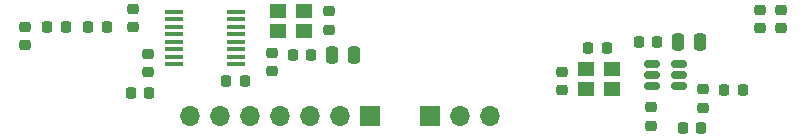
<source format=gbr>
%TF.GenerationSoftware,KiCad,Pcbnew,8.0.0-1.fc39*%
%TF.CreationDate,2024-05-13T23:25:18+02:00*%
%TF.ProjectId,radio433,72616469-6f34-4333-932e-6b696361645f,rev?*%
%TF.SameCoordinates,Original*%
%TF.FileFunction,Soldermask,Top*%
%TF.FilePolarity,Negative*%
%FSLAX46Y46*%
G04 Gerber Fmt 4.6, Leading zero omitted, Abs format (unit mm)*
G04 Created by KiCad (PCBNEW 8.0.0-1.fc39) date 2024-05-13 23:25:18*
%MOMM*%
%LPD*%
G01*
G04 APERTURE LIST*
G04 Aperture macros list*
%AMRoundRect*
0 Rectangle with rounded corners*
0 $1 Rounding radius*
0 $2 $3 $4 $5 $6 $7 $8 $9 X,Y pos of 4 corners*
0 Add a 4 corners polygon primitive as box body*
4,1,4,$2,$3,$4,$5,$6,$7,$8,$9,$2,$3,0*
0 Add four circle primitives for the rounded corners*
1,1,$1+$1,$2,$3*
1,1,$1+$1,$4,$5*
1,1,$1+$1,$6,$7*
1,1,$1+$1,$8,$9*
0 Add four rect primitives between the rounded corners*
20,1,$1+$1,$2,$3,$4,$5,0*
20,1,$1+$1,$4,$5,$6,$7,0*
20,1,$1+$1,$6,$7,$8,$9,0*
20,1,$1+$1,$8,$9,$2,$3,0*%
G04 Aperture macros list end*
%ADD10RoundRect,0.225000X-0.250000X0.225000X-0.250000X-0.225000X0.250000X-0.225000X0.250000X0.225000X0*%
%ADD11RoundRect,0.218750X-0.218750X-0.256250X0.218750X-0.256250X0.218750X0.256250X-0.218750X0.256250X0*%
%ADD12R,1.400000X1.200000*%
%ADD13RoundRect,0.225000X0.225000X0.250000X-0.225000X0.250000X-0.225000X-0.250000X0.225000X-0.250000X0*%
%ADD14RoundRect,0.225000X-0.225000X-0.250000X0.225000X-0.250000X0.225000X0.250000X-0.225000X0.250000X0*%
%ADD15R,1.600000X0.410000*%
%ADD16RoundRect,0.218750X0.256250X-0.218750X0.256250X0.218750X-0.256250X0.218750X-0.256250X-0.218750X0*%
%ADD17R,1.700000X1.700000*%
%ADD18O,1.700000X1.700000*%
%ADD19RoundRect,0.250000X-0.250000X-0.475000X0.250000X-0.475000X0.250000X0.475000X-0.250000X0.475000X0*%
%ADD20RoundRect,0.150000X0.512500X0.150000X-0.512500X0.150000X-0.512500X-0.150000X0.512500X-0.150000X0*%
%ADD21RoundRect,0.218750X-0.256250X0.218750X-0.256250X-0.218750X0.256250X-0.218750X0.256250X0.218750X0*%
%ADD22RoundRect,0.225000X0.250000X-0.225000X0.250000X0.225000X-0.250000X0.225000X-0.250000X-0.225000X0*%
%ADD23RoundRect,0.250000X0.250000X0.475000X-0.250000X0.475000X-0.250000X-0.475000X0.250000X-0.475000X0*%
G04 APERTURE END LIST*
D10*
%TO.C,C3*%
X254000000Y-94475000D03*
X254000000Y-96025000D03*
%TD*%
D11*
%TO.C,R3*%
X200705000Y-101510000D03*
X202280000Y-101510000D03*
%TD*%
D12*
%TO.C,Y3*%
X239250000Y-101200000D03*
X241450000Y-101200000D03*
X241450000Y-99500000D03*
X239250000Y-99500000D03*
%TD*%
D10*
%TO.C,C13*%
X202200000Y-98225000D03*
X202200000Y-99775000D03*
%TD*%
%TO.C,C12*%
X212700000Y-98125000D03*
X212700000Y-99675000D03*
%TD*%
D13*
%TO.C,C6*%
X245275000Y-97250000D03*
X243725000Y-97250000D03*
%TD*%
D14*
%TO.C,C14*%
X208825000Y-100500000D03*
X210375000Y-100500000D03*
%TD*%
%TO.C,C4*%
X239475000Y-97750000D03*
X241025000Y-97750000D03*
%TD*%
D15*
%TO.C,U2*%
X204345700Y-94627500D03*
X204345700Y-95262500D03*
X204345700Y-95897500D03*
X204345700Y-96532500D03*
X204345700Y-97167500D03*
X204345700Y-97802500D03*
X204345700Y-98437500D03*
X204345700Y-99072500D03*
X209654300Y-99072500D03*
X209654300Y-98437500D03*
X209654300Y-97802500D03*
X209654300Y-97167500D03*
X209654300Y-96532500D03*
X209654300Y-95897500D03*
X209654300Y-95262500D03*
X209654300Y-94627500D03*
%TD*%
D16*
%TO.C,L2*%
X255750000Y-96037500D03*
X255750000Y-94462500D03*
%TD*%
D17*
%TO.C,J2*%
X220980000Y-103500000D03*
D18*
X218440000Y-103500000D03*
X215900000Y-103500000D03*
X213360000Y-103500000D03*
X210820000Y-103500000D03*
X208280000Y-103500000D03*
X205740000Y-103500000D03*
%TD*%
D17*
%TO.C,J1*%
X226060000Y-103500000D03*
D18*
X228600000Y-103500000D03*
X231140000Y-103500000D03*
%TD*%
D19*
%TO.C,C9*%
X217750000Y-98300000D03*
X219650000Y-98300000D03*
%TD*%
D20*
%TO.C,U1*%
X247137500Y-100950000D03*
X247137500Y-100000000D03*
X247137500Y-99050000D03*
X244862500Y-99050000D03*
X244862500Y-100000000D03*
X244862500Y-100950000D03*
%TD*%
D21*
%TO.C,L3*%
X191750000Y-95912500D03*
X191750000Y-97487500D03*
%TD*%
D10*
%TO.C,C5*%
X237250000Y-99725000D03*
X237250000Y-101275000D03*
%TD*%
D13*
%TO.C,C8*%
X215975000Y-98300000D03*
X214425000Y-98300000D03*
%TD*%
D14*
%TO.C,C10*%
X197129300Y-95937500D03*
X198679300Y-95937500D03*
%TD*%
D11*
%TO.C,R2*%
X247462500Y-104500000D03*
X249037500Y-104500000D03*
%TD*%
D16*
%TO.C,L1*%
X249212500Y-102787500D03*
X249212500Y-101212500D03*
%TD*%
%TO.C,L4*%
X200904300Y-95975000D03*
X200904300Y-94400000D03*
%TD*%
D14*
%TO.C,C2*%
X250975000Y-101250000D03*
X252525000Y-101250000D03*
%TD*%
D12*
%TO.C,Y2*%
X213200000Y-96250000D03*
X215400000Y-96250000D03*
X215400000Y-94550000D03*
X213200000Y-94550000D03*
%TD*%
D22*
%TO.C,C7*%
X217525000Y-96175000D03*
X217525000Y-94625000D03*
%TD*%
D16*
%TO.C,R1*%
X244750000Y-104287500D03*
X244750000Y-102712500D03*
%TD*%
D23*
%TO.C,C1*%
X248950000Y-97250000D03*
X247050000Y-97250000D03*
%TD*%
D14*
%TO.C,C11*%
X193654300Y-95937500D03*
X195204300Y-95937500D03*
%TD*%
M02*

</source>
